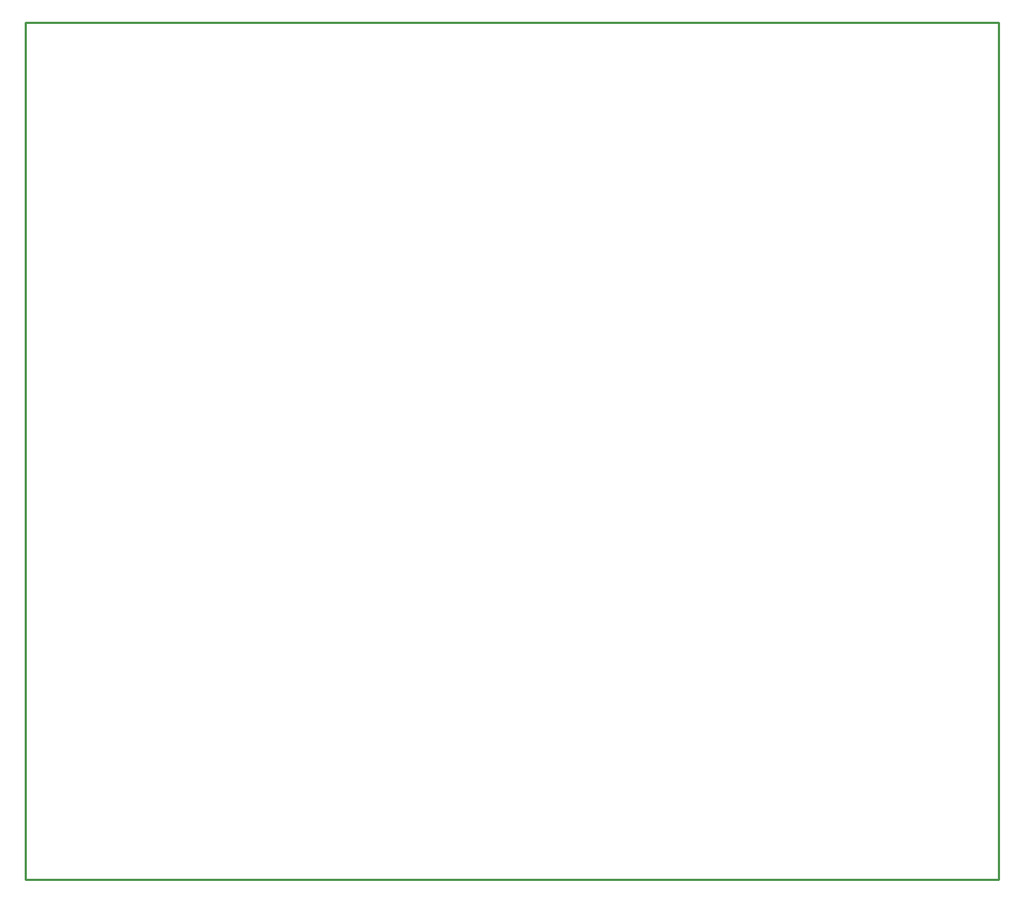
<source format=gko>
G04 Layer: BoardOutline*
G04 EasyEDA v6.4.17, 2021-03-04T16:16:43+05:30*
G04 deca96cb4bbb4a47937ce8430cf14737,2bb57043524a4b129a37d6aa7432c0d1,10*
G04 Gerber Generator version 0.2*
G04 Scale: 100 percent, Rotated: No, Reflected: No *
G04 Dimensions in millimeters *
G04 leading zeros omitted , absolute positions ,4 integer and 5 decimal *
%FSLAX45Y45*%
%MOMM*%

%ADD10C,0.2540*%
D10*
X-5599937Y6299962D02*
G01*
X5156200Y6299962D01*
X5156200Y-3700018D01*
X-5599937Y-3700018D01*
X-6197600Y-3700018D01*
X-6197600Y965200D01*
X-6197600Y6299962D01*
X-5599937Y6299962D01*

%LPD*%
M02*

</source>
